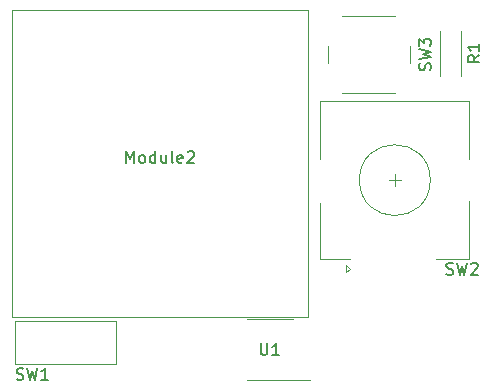
<source format=gto>
%TF.GenerationSoftware,KiCad,Pcbnew,7.0.10*%
%TF.CreationDate,2024-03-16T13:48:46+09:00*%
%TF.ProjectId,damecan,64616d65-6361-46e2-9e6b-696361645f70,rev?*%
%TF.SameCoordinates,Original*%
%TF.FileFunction,Legend,Top*%
%TF.FilePolarity,Positive*%
%FSLAX46Y46*%
G04 Gerber Fmt 4.6, Leading zero omitted, Abs format (unit mm)*
G04 Created by KiCad (PCBNEW 7.0.10) date 2024-03-16 13:48:46*
%MOMM*%
%LPD*%
G01*
G04 APERTURE LIST*
%ADD10C,0.150000*%
%ADD11C,0.120000*%
%ADD12C,0.050000*%
%ADD13C,0.100000*%
G04 APERTURE END LIST*
D10*
X195654819Y-71966666D02*
X195178628Y-72299999D01*
X195654819Y-72538094D02*
X194654819Y-72538094D01*
X194654819Y-72538094D02*
X194654819Y-72157142D01*
X194654819Y-72157142D02*
X194702438Y-72061904D01*
X194702438Y-72061904D02*
X194750057Y-72014285D01*
X194750057Y-72014285D02*
X194845295Y-71966666D01*
X194845295Y-71966666D02*
X194988152Y-71966666D01*
X194988152Y-71966666D02*
X195083390Y-72014285D01*
X195083390Y-72014285D02*
X195131009Y-72061904D01*
X195131009Y-72061904D02*
X195178628Y-72157142D01*
X195178628Y-72157142D02*
X195178628Y-72538094D01*
X195654819Y-71014285D02*
X195654819Y-71585713D01*
X195654819Y-71299999D02*
X194654819Y-71299999D01*
X194654819Y-71299999D02*
X194797676Y-71395237D01*
X194797676Y-71395237D02*
X194892914Y-71490475D01*
X194892914Y-71490475D02*
X194940533Y-71585713D01*
X156466667Y-99407200D02*
X156609524Y-99454819D01*
X156609524Y-99454819D02*
X156847619Y-99454819D01*
X156847619Y-99454819D02*
X156942857Y-99407200D01*
X156942857Y-99407200D02*
X156990476Y-99359580D01*
X156990476Y-99359580D02*
X157038095Y-99264342D01*
X157038095Y-99264342D02*
X157038095Y-99169104D01*
X157038095Y-99169104D02*
X156990476Y-99073866D01*
X156990476Y-99073866D02*
X156942857Y-99026247D01*
X156942857Y-99026247D02*
X156847619Y-98978628D01*
X156847619Y-98978628D02*
X156657143Y-98931009D01*
X156657143Y-98931009D02*
X156561905Y-98883390D01*
X156561905Y-98883390D02*
X156514286Y-98835771D01*
X156514286Y-98835771D02*
X156466667Y-98740533D01*
X156466667Y-98740533D02*
X156466667Y-98645295D01*
X156466667Y-98645295D02*
X156514286Y-98550057D01*
X156514286Y-98550057D02*
X156561905Y-98502438D01*
X156561905Y-98502438D02*
X156657143Y-98454819D01*
X156657143Y-98454819D02*
X156895238Y-98454819D01*
X156895238Y-98454819D02*
X157038095Y-98502438D01*
X157371429Y-98454819D02*
X157609524Y-99454819D01*
X157609524Y-99454819D02*
X157800000Y-98740533D01*
X157800000Y-98740533D02*
X157990476Y-99454819D01*
X157990476Y-99454819D02*
X158228572Y-98454819D01*
X159133333Y-99454819D02*
X158561905Y-99454819D01*
X158847619Y-99454819D02*
X158847619Y-98454819D01*
X158847619Y-98454819D02*
X158752381Y-98597676D01*
X158752381Y-98597676D02*
X158657143Y-98692914D01*
X158657143Y-98692914D02*
X158561905Y-98740533D01*
X191507200Y-73233332D02*
X191554819Y-73090475D01*
X191554819Y-73090475D02*
X191554819Y-72852380D01*
X191554819Y-72852380D02*
X191507200Y-72757142D01*
X191507200Y-72757142D02*
X191459580Y-72709523D01*
X191459580Y-72709523D02*
X191364342Y-72661904D01*
X191364342Y-72661904D02*
X191269104Y-72661904D01*
X191269104Y-72661904D02*
X191173866Y-72709523D01*
X191173866Y-72709523D02*
X191126247Y-72757142D01*
X191126247Y-72757142D02*
X191078628Y-72852380D01*
X191078628Y-72852380D02*
X191031009Y-73042856D01*
X191031009Y-73042856D02*
X190983390Y-73138094D01*
X190983390Y-73138094D02*
X190935771Y-73185713D01*
X190935771Y-73185713D02*
X190840533Y-73233332D01*
X190840533Y-73233332D02*
X190745295Y-73233332D01*
X190745295Y-73233332D02*
X190650057Y-73185713D01*
X190650057Y-73185713D02*
X190602438Y-73138094D01*
X190602438Y-73138094D02*
X190554819Y-73042856D01*
X190554819Y-73042856D02*
X190554819Y-72804761D01*
X190554819Y-72804761D02*
X190602438Y-72661904D01*
X190554819Y-72328570D02*
X191554819Y-72090475D01*
X191554819Y-72090475D02*
X190840533Y-71899999D01*
X190840533Y-71899999D02*
X191554819Y-71709523D01*
X191554819Y-71709523D02*
X190554819Y-71471428D01*
X190554819Y-71185713D02*
X190554819Y-70566666D01*
X190554819Y-70566666D02*
X190935771Y-70899999D01*
X190935771Y-70899999D02*
X190935771Y-70757142D01*
X190935771Y-70757142D02*
X190983390Y-70661904D01*
X190983390Y-70661904D02*
X191031009Y-70614285D01*
X191031009Y-70614285D02*
X191126247Y-70566666D01*
X191126247Y-70566666D02*
X191364342Y-70566666D01*
X191364342Y-70566666D02*
X191459580Y-70614285D01*
X191459580Y-70614285D02*
X191507200Y-70661904D01*
X191507200Y-70661904D02*
X191554819Y-70757142D01*
X191554819Y-70757142D02*
X191554819Y-71042856D01*
X191554819Y-71042856D02*
X191507200Y-71138094D01*
X191507200Y-71138094D02*
X191459580Y-71185713D01*
X177138095Y-96354819D02*
X177138095Y-97164342D01*
X177138095Y-97164342D02*
X177185714Y-97259580D01*
X177185714Y-97259580D02*
X177233333Y-97307200D01*
X177233333Y-97307200D02*
X177328571Y-97354819D01*
X177328571Y-97354819D02*
X177519047Y-97354819D01*
X177519047Y-97354819D02*
X177614285Y-97307200D01*
X177614285Y-97307200D02*
X177661904Y-97259580D01*
X177661904Y-97259580D02*
X177709523Y-97164342D01*
X177709523Y-97164342D02*
X177709523Y-96354819D01*
X178709523Y-97354819D02*
X178138095Y-97354819D01*
X178423809Y-97354819D02*
X178423809Y-96354819D01*
X178423809Y-96354819D02*
X178328571Y-96497676D01*
X178328571Y-96497676D02*
X178233333Y-96592914D01*
X178233333Y-96592914D02*
X178138095Y-96640533D01*
X192866667Y-90507200D02*
X193009524Y-90554819D01*
X193009524Y-90554819D02*
X193247619Y-90554819D01*
X193247619Y-90554819D02*
X193342857Y-90507200D01*
X193342857Y-90507200D02*
X193390476Y-90459580D01*
X193390476Y-90459580D02*
X193438095Y-90364342D01*
X193438095Y-90364342D02*
X193438095Y-90269104D01*
X193438095Y-90269104D02*
X193390476Y-90173866D01*
X193390476Y-90173866D02*
X193342857Y-90126247D01*
X193342857Y-90126247D02*
X193247619Y-90078628D01*
X193247619Y-90078628D02*
X193057143Y-90031009D01*
X193057143Y-90031009D02*
X192961905Y-89983390D01*
X192961905Y-89983390D02*
X192914286Y-89935771D01*
X192914286Y-89935771D02*
X192866667Y-89840533D01*
X192866667Y-89840533D02*
X192866667Y-89745295D01*
X192866667Y-89745295D02*
X192914286Y-89650057D01*
X192914286Y-89650057D02*
X192961905Y-89602438D01*
X192961905Y-89602438D02*
X193057143Y-89554819D01*
X193057143Y-89554819D02*
X193295238Y-89554819D01*
X193295238Y-89554819D02*
X193438095Y-89602438D01*
X193771429Y-89554819D02*
X194009524Y-90554819D01*
X194009524Y-90554819D02*
X194200000Y-89840533D01*
X194200000Y-89840533D02*
X194390476Y-90554819D01*
X194390476Y-90554819D02*
X194628572Y-89554819D01*
X194961905Y-89650057D02*
X195009524Y-89602438D01*
X195009524Y-89602438D02*
X195104762Y-89554819D01*
X195104762Y-89554819D02*
X195342857Y-89554819D01*
X195342857Y-89554819D02*
X195438095Y-89602438D01*
X195438095Y-89602438D02*
X195485714Y-89650057D01*
X195485714Y-89650057D02*
X195533333Y-89745295D01*
X195533333Y-89745295D02*
X195533333Y-89840533D01*
X195533333Y-89840533D02*
X195485714Y-89983390D01*
X195485714Y-89983390D02*
X194914286Y-90554819D01*
X194914286Y-90554819D02*
X195533333Y-90554819D01*
X165752857Y-81084819D02*
X165752857Y-80084819D01*
X165752857Y-80084819D02*
X166086190Y-80799104D01*
X166086190Y-80799104D02*
X166419523Y-80084819D01*
X166419523Y-80084819D02*
X166419523Y-81084819D01*
X167038571Y-81084819D02*
X166943333Y-81037200D01*
X166943333Y-81037200D02*
X166895714Y-80989580D01*
X166895714Y-80989580D02*
X166848095Y-80894342D01*
X166848095Y-80894342D02*
X166848095Y-80608628D01*
X166848095Y-80608628D02*
X166895714Y-80513390D01*
X166895714Y-80513390D02*
X166943333Y-80465771D01*
X166943333Y-80465771D02*
X167038571Y-80418152D01*
X167038571Y-80418152D02*
X167181428Y-80418152D01*
X167181428Y-80418152D02*
X167276666Y-80465771D01*
X167276666Y-80465771D02*
X167324285Y-80513390D01*
X167324285Y-80513390D02*
X167371904Y-80608628D01*
X167371904Y-80608628D02*
X167371904Y-80894342D01*
X167371904Y-80894342D02*
X167324285Y-80989580D01*
X167324285Y-80989580D02*
X167276666Y-81037200D01*
X167276666Y-81037200D02*
X167181428Y-81084819D01*
X167181428Y-81084819D02*
X167038571Y-81084819D01*
X168229047Y-81084819D02*
X168229047Y-80084819D01*
X168229047Y-81037200D02*
X168133809Y-81084819D01*
X168133809Y-81084819D02*
X167943333Y-81084819D01*
X167943333Y-81084819D02*
X167848095Y-81037200D01*
X167848095Y-81037200D02*
X167800476Y-80989580D01*
X167800476Y-80989580D02*
X167752857Y-80894342D01*
X167752857Y-80894342D02*
X167752857Y-80608628D01*
X167752857Y-80608628D02*
X167800476Y-80513390D01*
X167800476Y-80513390D02*
X167848095Y-80465771D01*
X167848095Y-80465771D02*
X167943333Y-80418152D01*
X167943333Y-80418152D02*
X168133809Y-80418152D01*
X168133809Y-80418152D02*
X168229047Y-80465771D01*
X169133809Y-80418152D02*
X169133809Y-81084819D01*
X168705238Y-80418152D02*
X168705238Y-80941961D01*
X168705238Y-80941961D02*
X168752857Y-81037200D01*
X168752857Y-81037200D02*
X168848095Y-81084819D01*
X168848095Y-81084819D02*
X168990952Y-81084819D01*
X168990952Y-81084819D02*
X169086190Y-81037200D01*
X169086190Y-81037200D02*
X169133809Y-80989580D01*
X169752857Y-81084819D02*
X169657619Y-81037200D01*
X169657619Y-81037200D02*
X169610000Y-80941961D01*
X169610000Y-80941961D02*
X169610000Y-80084819D01*
X170514762Y-81037200D02*
X170419524Y-81084819D01*
X170419524Y-81084819D02*
X170229048Y-81084819D01*
X170229048Y-81084819D02*
X170133810Y-81037200D01*
X170133810Y-81037200D02*
X170086191Y-80941961D01*
X170086191Y-80941961D02*
X170086191Y-80561009D01*
X170086191Y-80561009D02*
X170133810Y-80465771D01*
X170133810Y-80465771D02*
X170229048Y-80418152D01*
X170229048Y-80418152D02*
X170419524Y-80418152D01*
X170419524Y-80418152D02*
X170514762Y-80465771D01*
X170514762Y-80465771D02*
X170562381Y-80561009D01*
X170562381Y-80561009D02*
X170562381Y-80656247D01*
X170562381Y-80656247D02*
X170086191Y-80751485D01*
X170943334Y-80180057D02*
X170990953Y-80132438D01*
X170990953Y-80132438D02*
X171086191Y-80084819D01*
X171086191Y-80084819D02*
X171324286Y-80084819D01*
X171324286Y-80084819D02*
X171419524Y-80132438D01*
X171419524Y-80132438D02*
X171467143Y-80180057D01*
X171467143Y-80180057D02*
X171514762Y-80275295D01*
X171514762Y-80275295D02*
X171514762Y-80370533D01*
X171514762Y-80370533D02*
X171467143Y-80513390D01*
X171467143Y-80513390D02*
X170895715Y-81084819D01*
X170895715Y-81084819D02*
X171514762Y-81084819D01*
D11*
%TO.C,R1*%
X192280000Y-73720000D02*
X192280000Y-69880000D01*
X194120000Y-73720000D02*
X194120000Y-69880000D01*
D12*
%TO.C,SW1*%
X156350000Y-94445000D02*
X164850000Y-94445000D01*
X164850000Y-94445000D02*
X164850000Y-98150000D01*
X164850000Y-98150000D02*
X156350000Y-98150000D01*
X156350000Y-98150000D02*
X156350000Y-94445000D01*
D11*
%TO.C,SW3*%
X182800000Y-71150000D02*
X182800000Y-72650000D01*
X184050000Y-75150000D02*
X188550000Y-75150000D01*
X188550000Y-68650000D02*
X184050000Y-68650000D01*
X189800000Y-72650000D02*
X189800000Y-71150000D01*
%TO.C,U1*%
X177900000Y-99460000D02*
X181350000Y-99460000D01*
X177900000Y-99460000D02*
X175950000Y-99460000D01*
X177900000Y-94340000D02*
X179850000Y-94340000D01*
X177900000Y-94340000D02*
X175950000Y-94340000D01*
%TO.C,SW2*%
X184400000Y-90350000D02*
X184400000Y-89750000D01*
X184700000Y-90050000D02*
X184400000Y-90350000D01*
X184400000Y-89750000D02*
X184700000Y-90050000D01*
X182200000Y-89250000D02*
X184700000Y-89250000D01*
X194800000Y-89250000D02*
X192000000Y-89250000D01*
X182200000Y-84450000D02*
X182200000Y-89250000D01*
X194800000Y-84350000D02*
X194800000Y-89250000D01*
X188500000Y-83050000D02*
X188500000Y-82050000D01*
X188000000Y-82550000D02*
X189000000Y-82550000D01*
X182200000Y-80750000D02*
X182200000Y-75850000D01*
X182200000Y-75850000D02*
X194800000Y-75850000D01*
X194800000Y-75850000D02*
X194800000Y-80750000D01*
X191500000Y-82550000D02*
G75*
G03*
X185500000Y-82550000I-3000000J0D01*
G01*
X185500000Y-82550000D02*
G75*
G03*
X191500000Y-82550000I3000000J0D01*
G01*
D13*
%TO.C,Module2*%
X156110000Y-94130000D02*
X181110000Y-94130000D01*
X181110000Y-94130000D02*
X181110000Y-68130000D01*
X181110000Y-68130000D02*
X156110000Y-68130000D01*
X156110000Y-68130000D02*
X156110000Y-94130000D01*
%TD*%
M02*

</source>
